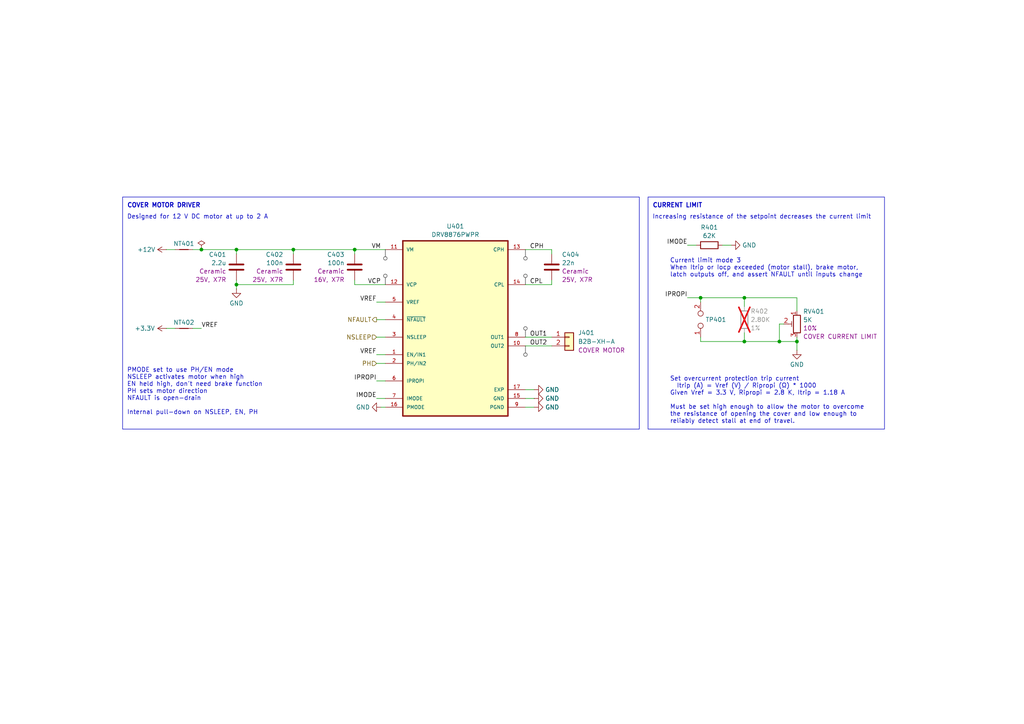
<source format=kicad_sch>
(kicad_sch (version 20231120) (generator "eeschema") (generator_version "8.0")
  (paper "A4")
  (title_block (title "Minuet Cover Motor Driver"))
  (lib_symbols
    (symbol "Connector:TestPoint_2Pole" (pin_names (offset 0.762) hide)
      (property "Reference" "TP" (at 0 1.524 0))
      (property "Value" "TestPoint_2Pole" (at 0 -1.778 0))
      (symbol "TestPoint_2Pole_0_1"
        (circle (center -1.778 0) (radius 0.762))
        (circle (center 1.778 0) (radius 0.762))
        (pin passive line (at -5.08 0 0) (length 2.54) (name "1") (number "1"))
        (pin passive line (at 5.08 0 180) (length 2.54) (name "2") (number "2"))
      )
    )
    (symbol "Connector_Generic:Conn_01x02" (pin_names (offset 1.016) hide)
      (property "Reference" "J" (at 0 2.54 0))
      (property "Value" "Conn_01x02" (at 0 -5.08 0))
      (symbol "Conn_01x02_1_1"
        (rectangle (start -1.27 -2.413) (end 0 -2.667) (stroke (width 0.1524)))
        (rectangle (start -1.27 0.127) (end 0 -0.127) (stroke (width 0.1524)))
        (rectangle (start -1.27 1.27) (end 1.27 -3.81) (stroke (width 0.254)) (fill (type background)))
        (pin passive line (at -5.08 0 0) (length 3.81) (name "Pin_1") (number "1"))
        (pin passive line (at -5.08 -2.54 0) (length 3.81) (name "Pin_2") (number "2"))
      )
    )
    (symbol "DRV8876PWPR:DRV8876PWPR" (pin_names (offset 1.016))
      (property "Reference" "U" (at -15.24 26.4 0))
      (property "Value" "DRV8876PWPR" (at -15.24 -29.4 0))
      (symbol "DRV8876PWPR_0_0"
        (rectangle (start -15.24 25.4) (end 15.24 -25.4) (stroke (width 0.41)) (fill (type background)))
        (pin input line (at -20.32 -7.62 0) (length 5.08) (name "EN/IN1") (number "1"))
        (pin power_in line (at -20.32 22.86 0) (length 5.08) (name "VM") (number "11"))
        (pin power_out line (at -20.32 12.7 0) (length 5.08) (name "VCP") (number "12"))
        (pin power_out line (at 20.32 22.86 180) (length 5.08) (name "CPH") (number "13"))
        (pin power_out line (at 20.32 12.7 180) (length 5.08) (name "CPL") (number "14"))
        (pin power_in line (at 20.32 -20.32 180) (length 5.08) (name "GND") (number "15"))
        (pin input line (at -20.32 -22.86 0) (length 5.08) (name "PMODE") (number "16"))
        (pin passive line (at 20.32 -17.78 180) (length 5.08) (name "EXP") (number "17"))
        (pin input line (at -20.32 -10.16 0) (length 5.08) (name "PH/IN2") (number "2"))
        (pin input line (at -20.32 -2.54 0) (length 5.08) (name "NSLEEP") (number "3"))
        (pin output line (at -20.32 2.54 0) (length 5.08) (name "~{NFAULT}") (number "4"))
        (pin input line (at -20.32 7.62 0) (length 5.08) (name "VREF") (number "5"))
        (pin output line (at -20.32 -15.24 0) (length 5.08) (name "IPROPI") (number "6"))
        (pin input line (at -20.32 -20.32 0) (length 5.08) (name "IMODE") (number "7"))
        (pin power_in line (at 20.32 -22.86 180) (length 5.08) (name "PGND") (number "9"))
      )
      (symbol "DRV8876PWPR_1_0"
        (pin power_out line (at 20.32 -5.08 180) (length 5.08) (name "OUT2") (number "10"))
        (pin power_out line (at 20.32 -2.54 180) (length 5.08) (name "OUT1") (number "8"))
      )
    )
    (symbol "Device:C" (pin_numbers hide) (pin_names (offset 0.254))
      (property "Reference" "C" (at 0.635 2.54 0))
      (property "Value" "C" (at 0.635 -2.54 0))
      (symbol "C_0_1"
        (polyline (pts (xy -2.032 -0.762) (xy 2.032 -0.762)) (stroke (width 0.508)))
        (polyline (pts (xy -2.032 0.762) (xy 2.032 0.762)) (stroke (width 0.508)))
      )
      (symbol "C_1_1"
        (pin passive line (at 0 3.81 270) (length 2.794) (name "~") (number "1"))
        (pin passive line (at 0 -3.81 90) (length 2.794) (name "~") (number "2"))
      )
    )
    (symbol "Device:NetTie_2" (pin_numbers hide) (pin_names (offset 0) hide) (in_bom no)
      (property "Reference" "NT" (at 0 1.27 0))
      (property "Value" "NetTie_2" (at 0 -1.27 0))
      (symbol "NetTie_2_0_1"
        (polyline (pts (xy -1.27 0) (xy 1.27 0)) (stroke (width 0.254)))
      )
      (symbol "NetTie_2_1_1"
        (pin passive line (at -2.54 0 0) (length 2.54) (name "1") (number "1"))
        (pin passive line (at 2.54 0 180) (length 2.54) (name "2") (number "2"))
      )
    )
    (symbol "Device:R" (pin_numbers hide) (pin_names (offset 0))
      (property "Reference" "R" (at 2.032 0 90))
      (property "Value" "R" (at 0 0 90))
      (symbol "R_0_1"
        (rectangle (start -1.016 -2.54) (end 1.016 2.54) (stroke (width 0.254)))
      )
      (symbol "R_1_1"
        (pin passive line (at 0 3.81 270) (length 1.27) (name "~") (number "1"))
        (pin passive line (at 0 -3.81 90) (length 1.27) (name "~") (number "2"))
      )
    )
    (symbol "Device:R_Potentiometer_Trim" (pin_names (offset 1.016) hide)
      (property "Reference" "RV" (at -4.445 0 90))
      (property "Value" "R_Potentiometer_Trim" (at -2.54 0 90))
      (symbol "R_Potentiometer_Trim_0_1"
        (polyline (pts (xy 1.524 0.762) (xy 1.524 -0.762)))
        (polyline (pts (xy 2.54 0) (xy 1.524 0)))
        (rectangle (start 1.016 2.54) (end -1.016 -2.54) (stroke (width 0.254)))
      )
      (symbol "R_Potentiometer_Trim_1_1"
        (pin passive line (at 0 3.81 270) (length 1.27) (name "1") (number "1"))
        (pin passive line (at 3.81 0 180) (length 1.27) (name "2") (number "2"))
        (pin passive line (at 0 -3.81 90) (length 1.27) (name "3") (number "3"))
      )
    )
    (symbol "power:+12V" (power) (pin_numbers hide) (pin_names (offset 0) hide)
      (property "Value" "+12V" (at 0 3.556 0))
      (symbol "+12V_0_1"
        (polyline (pts (xy -0.762 1.27) (xy 0 2.54)))
        (polyline (pts (xy 0 0) (xy 0 2.54)))
        (polyline (pts (xy 0 2.54) (xy 0.762 1.27)))
      )
      (symbol "+12V_1_1"
        (pin power_in line (at 0 0 90) (length 0) (name "~") (number "1"))
      )
    )
    (symbol "power:+3.3V" (power) (pin_numbers hide) (pin_names (offset 0) hide)
      (property "Value" "+3.3V" (at 0 3.556 0))
      (symbol "+3.3V_0_1"
        (polyline (pts (xy -0.762 1.27) (xy 0 2.54)))
        (polyline (pts (xy 0 0) (xy 0 2.54)))
        (polyline (pts (xy 0 2.54) (xy 0.762 1.27)))
      )
      (symbol "+3.3V_1_1"
        (pin power_in line (at 0 0 90) (length 0) (name "~") (number "1"))
      )
    )
    (symbol "power:GND" (power) (pin_numbers hide) (pin_names (offset 0) hide)
      (property "Value" "GND" (at 0 -3.81 0))
      (symbol "GND_0_1"
        (polyline (pts (xy 0 0) (xy 0 -1.27) (xy 1.27 -1.27) (xy 0 -2.54) (xy -1.27 -1.27) (xy 0 -1.27)))
      )
      (symbol "GND_1_1"
        (pin power_in line (at 0 0 270) (length 0) (name "~") (number "1"))
      )
    )
    (symbol "power:PWR_FLAG" (power) (pin_numbers hide) (pin_names (offset 0) hide)
      (property "Value" "PWR_FLAG" (at 0 3.81 0))
      (symbol "PWR_FLAG_0_0"
        (pin power_out line (at 0 0 90) (length 0) (name "~") (number "1"))
      )
      (symbol "PWR_FLAG_0_1"
        (polyline (pts (xy 0 0) (xy 0 1.27) (xy -1.016 1.905) (xy 0 2.54) (xy 1.016 1.905) (xy 0 1.27)))
      )
    )
  )
  (junction (at 58.42 72.39))
  (junction (at 203.2 86.36))
  (junction (at 68.58 72.39))
  (junction (at 226.06 99.06))
  (junction (at 215.9 99.06))
  (junction (at 85.09 72.39))
  (junction (at 68.58 82.55))
  (junction (at 215.9 86.36))
  (junction (at 231.14 99.06))
  (junction (at 102.87 72.39))
  (wire (pts (xy 85.09 72.39) (xy 85.09 73.66)))
  (wire (pts (xy 152.4 82.55) (xy 160.02 82.55)))
  (wire (pts (xy 152.4 115.57) (xy 154.94 115.57)))
  (wire (pts (xy 110.49 118.11) (xy 111.76 118.11)))
  (wire (pts (xy 226.06 99.06) (xy 231.14 99.06)))
  (wire (pts (xy 102.87 73.66) (xy 102.87 72.39)))
  (wire (pts (xy 215.9 96.52) (xy 215.9 99.06)))
  (wire (pts (xy 109.22 105.41) (xy 111.76 105.41)))
  (wire (pts (xy 152.4 113.03) (xy 154.94 113.03)))
  (wire (pts (xy 109.22 115.57) (xy 111.76 115.57)))
  (wire (pts (xy 152.4 118.11) (xy 154.94 118.11)))
  (wire (pts (xy 203.2 99.06) (xy 215.9 99.06)))
  (wire (pts (xy 55.88 95.25) (xy 58.42 95.25)))
  (wire (pts (xy 152.4 72.39) (xy 160.02 72.39)))
  (wire (pts (xy 215.9 86.36) (xy 231.14 86.36)))
  (wire (pts (xy 160.02 73.66) (xy 160.02 72.39)))
  (wire (pts (xy 227.33 93.98) (xy 226.06 93.98)))
  (wire (pts (xy 203.2 97.79) (xy 203.2 99.06)))
  (wire (pts (xy 102.87 72.39) (xy 111.76 72.39)))
  (wire (pts (xy 231.14 90.17) (xy 231.14 86.36)))
  (wire (pts (xy 203.2 86.36) (xy 215.9 86.36)))
  (wire (pts (xy 215.9 99.06) (xy 226.06 99.06)))
  (wire (pts (xy 48.26 95.25) (xy 50.8 95.25)))
  (wire (pts (xy 209.55 71.12) (xy 212.09 71.12)))
  (wire (pts (xy 68.58 81.28) (xy 68.58 82.55)))
  (wire (pts (xy 55.88 72.39) (xy 58.42 72.39)))
  (wire (pts (xy 68.58 82.55) (xy 68.58 83.82)))
  (wire (pts (xy 152.4 100.33) (xy 160.02 100.33)))
  (wire (pts (xy 109.22 97.79) (xy 111.76 97.79)))
  (wire (pts (xy 68.58 82.55) (xy 85.09 82.55)))
  (wire (pts (xy 85.09 72.39) (xy 102.87 72.39)))
  (wire (pts (xy 199.39 86.36) (xy 203.2 86.36)))
  (wire (pts (xy 160.02 81.28) (xy 160.02 82.55)))
  (wire (pts (xy 109.22 87.63) (xy 111.76 87.63)))
  (wire (pts (xy 68.58 72.39) (xy 58.42 72.39)))
  (wire (pts (xy 231.14 99.06) (xy 231.14 101.6)))
  (wire (pts (xy 102.87 81.28) (xy 102.87 82.55)))
  (wire (pts (xy 68.58 72.39) (xy 68.58 73.66)))
  (wire (pts (xy 48.26 72.39) (xy 50.8 72.39)))
  (wire (pts (xy 85.09 82.55) (xy 85.09 81.28)))
  (wire (pts (xy 68.58 72.39) (xy 85.09 72.39)))
  (wire (pts (xy 203.2 86.36) (xy 203.2 87.63)))
  (wire (pts (xy 109.22 110.49) (xy 111.76 110.49)))
  (wire (pts (xy 199.39 71.12) (xy 201.93 71.12)))
  (wire (pts (xy 109.22 102.87) (xy 111.76 102.87)))
  (wire (pts (xy 109.22 92.71) (xy 111.76 92.71)))
  (wire (pts (xy 231.14 97.79) (xy 231.14 99.06)))
  (wire (pts (xy 102.87 82.55) (xy 111.76 82.55)))
  (wire (pts (xy 215.9 86.36) (xy 215.9 88.9)))
  (wire (pts (xy 226.06 93.98) (xy 226.06 99.06)))
  (wire (pts (xy 152.4 97.79) (xy 160.02 97.79)))
  (rectangle (start 187.96 57.15) (end 256.54 124.46))
  (rectangle (start 35.56 57.15) (end 185.42 124.46))
  (text "Set overcurrent protection trip current\n  Itrip (A) = Vref (V) / Ripropi (Ω) * 1000\nGiven Vref = 3.3 V, Ripropi = 2.8 K, Itrip = 1.18 A\n\nMust be set high enough to allow the motor to overcome\nthe resistance of opening the cover and low enough to\nreliably detect stall at end of travel." (at 194.31 109.22 0) (effects (font (size 1.27 1.27)) (justify left top)))
  (text "Increasing resistance of the setpoint decreases the current limit" (at 189.23 62.23 0) (effects (font (size 1.27 1.27)) (justify left top)))
  (text "CURRENT LIMIT" (at 189.23 59.69 0) (effects (font (size 1.27 1.27) (thickness 0.254) (bold yes)) (justify left)))
  (text "PMODE set to use PH/EN mode\nNSLEEP activates motor when high\nEN held high, don't need brake function\nPH sets motor direction\nNFAULT is open-drain\n\nInternal pull-down on NSLEEP, EN, PH\n" (at 36.83 106.68 0) (effects (font (size 1.27 1.27)) (justify left top)))
  (text "Designed for 12 V DC motor at up to 2 A" (at 36.83 62.23 0) (effects (font (size 1.27 1.27)) (justify left top)))
  (text "COVER MOTOR DRIVER" (at 36.83 59.69 0) (effects (font (size 1.27 1.27) (thickness 0.254) (bold yes)) (justify left)))
  (text "Current limit mode 3\nWhen Itrip or Iocp exceeded (motor stall), brake motor,\nlatch outputs off, and assert NFAULT until inputs change" (at 194.31 74.93 0) (effects (font (size 1.27 1.27)) (justify left top)))
  (label "CPL" (at 153.67 82.55 0))
  (label "IMODE" (at 199.39 71.12 180))
  (label "VREF" (at 109.22 102.87 180))
  (label "VM" (at 110.49 72.39 180))
  (label "IMODE" (at 109.22 115.57 180))
  (label "OUT2" (at 153.67 100.33 0))
  (label "IPROPI" (at 199.39 86.36 180))
  (label "IPROPI" (at 109.22 110.49 180))
  (label "VCP" (at 110.49 82.55 180))
  (label "OUT1" (at 153.67 97.79 0))
  (label "VREF" (at 58.42 95.25 0))
  (label "VREF" (at 109.22 87.63 180))
  (label "CPH" (at 153.67 72.39 0))
  (hierarchical_label "PH" (shape input) (at 109.22 105.41 180))
  (hierarchical_label "NFAULT" (shape output) (at 109.22 92.71 180))
  (hierarchical_label "NSLEEP" (shape input) (at 109.22 97.79 180))
  (netclass_flag "" (length 2.54) (shape round) (at 111.76 72.39 180) (property "Netclass" "Power-2A" (effects (hide yes))))
  (netclass_flag "" (length 2.54) (shape round) (at 152.4 97.79 0) (property "Netclass" "Power-2A" (effects (hide yes))))
  (netclass_flag "" (length 2.54) (shape round) (at 152.4 100.33 180) (property "Netclass" "Power-2A" (effects (hide yes))))
  (netclass_flag "" (length 2.54) (shape round) (at 111.76 82.55 0) (property "Netclass" "Power" (effects (hide yes))))
  (netclass_flag "" (length 2.54) (shape round) (at 152.4 72.39 180) (property "Netclass" "Power" (effects (hide yes))))
  (netclass_flag "" (length 2.54) (shape round) (at 152.4 82.55 0) (property "Netclass" "Power" (effects (hide yes))))
  (symbol (lib_id "Device:C") (at 85.09 77.47 0) (mirror y) (unit 1)
    (property "Reference" "C402" (at 82.169 73.8335 0) (effects (justify left)))
    (property "Value" "100n" (at 82.169 76.2578 0) (effects (justify left)))
    (property "Footprint" "Capacitor_SMD:C_0603_1608Metric" (effects (hide yes)))
    (property "Description" "Unpolarized capacitor" (effects (hide yes)))
    (property "Type" "Ceramic" (at 82.169 78.6821 0) (effects (justify left)))
    (property "Rating" "25V, X7R" (at 82.169 81.1064 0) (effects (justify left)))
  )
  (symbol (lib_id "power:GND") (at 154.94 115.57 90) (unit 1)
    (property "Reference" "#PWR0407" (effects (hide yes)))
    (property "Value" "GND" (at 158.115 115.57 90) (effects (justify right)))
    (property "Description" "Power symbol creates a global label with name \"GND\" , ground" (effects (hide yes)))
  )
  (symbol (lib_id "power:PWR_FLAG") (at 58.42 72.39 0) (unit 1)
    (property "Reference" "#FLG0401" (effects (hide yes)))
    (property "Value" "PWR_FLAG" (effects (hide yes)))
    (property "Description" "Special symbol for telling ERC where power comes from" (effects (hide yes)))
  )
  (symbol (lib_id "Connector:TestPoint_2Pole") (at 203.2 92.71 270) (mirror x) (unit 1) (in_bom no)
    (property "Reference" "TP401" (at 204.597 92.71 90) (effects (justify left)))
    (property "Value" "TestPoint_2Pole" (effects (hide yes)))
    (property "Footprint" "TestPoint:TestPoint_2Pads_Pitch2.54mm_Drill0.8mm" (effects (hide yes)))
    (property "Description" "2-polar test point" (effects (hide yes)))
  )
  (symbol (lib_id "power:GND") (at 110.49 118.11 270) (mirror x) (unit 1)
    (property "Reference" "#PWR0408" (effects (hide yes)))
    (property "Value" "GND" (at 107.3151 118.11 90) (effects (justify right)))
    (property "Description" "Power symbol creates a global label with name \"GND\" , ground" (effects (hide yes)))
  )
  (symbol (lib_id "Device:C") (at 160.02 77.47 0) (unit 1)
    (property "Reference" "C404" (at 162.941 73.8335 0) (effects (justify left)))
    (property "Value" "22n" (at 162.941 76.2578 0) (effects (justify left)))
    (property "Footprint" "Capacitor_SMD:C_0603_1608Metric" (effects (hide yes)))
    (property "Description" "Unpolarized capacitor" (effects (hide yes)))
    (property "Type" "Ceramic" (at 162.941 78.6821 0) (effects (justify left)))
    (property "Rating" "25V, X7R" (at 162.941 81.1064 0) (effects (justify left)))
  )
  (symbol (lib_id "Device:C") (at 102.87 77.47 0) (mirror y) (unit 1)
    (property "Reference" "C403" (at 99.949 73.8335 0) (effects (justify left)))
    (property "Value" "100n" (at 99.949 76.2578 0) (effects (justify left)))
    (property "Footprint" "Capacitor_SMD:C_0603_1608Metric" (effects (hide yes)))
    (property "Description" "Unpolarized capacitor" (effects (hide yes)))
    (property "Type" "Ceramic" (at 99.949 78.6821 0) (effects (justify left)))
    (property "Rating" "16V, X7R" (at 99.949 81.1064 0) (effects (justify left)))
  )
  (symbol (lib_id "power:GND") (at 68.58 83.82 0) (unit 1)
    (property "Reference" "#PWR0403" (effects (hide yes)))
    (property "Value" "GND" (at 68.58 87.9531 0))
    (property "Description" "Power symbol creates a global label with name \"GND\" , ground" (effects (hide yes)))
  )
  (symbol (lib_id "power:+12V") (at 48.26 72.39 90) (unit 1)
    (property "Reference" "#PWR0402" (effects (hide yes)))
    (property "Value" "+12V" (at 45.085 72.39 90) (effects (justify left)))
    (property "Description" "Power symbol creates a global label with name \"+12V\"" (effects (hide yes)))
  )
  (symbol (lib_id "Device:NetTie_2") (at 53.34 72.39 0) (unit 1) (in_bom no)
    (property "Reference" "NT401" (at 53.34 70.6699 0))
    (property "Value" "NetTie_2" (effects (hide yes)))
    (property "Footprint" "Generic:NetTie-2_SMD_Pad1.0mm" (effects (hide yes)))
    (property "Description" "Net tie, 2 pins" (effects (hide yes)))
  )
  (symbol (lib_id "Device:C") (at 68.58 77.47 0) (mirror x) (unit 1)
    (property "Reference" "C401" (at 65.659 73.8335 0) (effects (justify right)))
    (property "Value" "2.2u" (at 65.659 76.2578 0) (effects (justify right)))
    (property "Footprint" "Capacitor_SMD:C_0805_2012Metric" (effects (hide yes)))
    (property "Description" "Unpolarized capacitor" (effects (hide yes)))
    (property "Type" "Ceramic" (at 65.659 78.6821 0) (effects (justify right)))
    (property "Rating" "25V, X7R" (at 65.659 81.1064 0) (effects (justify right)))
  )
  (symbol (lib_id "Device:NetTie_2") (at 53.34 95.25 0) (unit 1) (in_bom no)
    (property "Reference" "NT402" (at 53.34 93.5299 0))
    (property "Value" "NetTie_2" (effects (hide yes)))
    (property "Footprint" "Generic:NetTie-2_SMD_Pad0.2mm" (effects (hide yes)))
    (property "Description" "Net tie, 2 pins" (effects (hide yes)))
  )
  (symbol (lib_id "power:GND") (at 231.14 101.6 0) (mirror y) (unit 1)
    (property "Reference" "#PWR0405" (effects (hide yes)))
    (property "Value" "GND" (at 231.14 105.7331 0))
    (property "Description" "Power symbol creates a global label with name \"GND\" , ground" (effects (hide yes)))
  )
  (symbol (lib_id "power:GND") (at 154.94 118.11 90) (unit 1)
    (property "Reference" "#PWR0409" (effects (hide yes)))
    (property "Value" "GND" (at 158.115 118.11 90) (effects (justify right)))
    (property "Description" "Power symbol creates a global label with name \"GND\" , ground" (effects (hide yes)))
  )
  (symbol (lib_id "Device:R") (at 205.74 71.12 270) (unit 1)
    (property "Reference" "R401" (at 205.74 65.9595 90))
    (property "Value" "62K" (at 205.74 68.3838 90))
    (property "Footprint" "Resistor_SMD:R_0603_1608Metric" (effects (hide yes)))
    (property "Description" "Resistor" (effects (hide yes)))
  )
  (symbol (lib_id "power:GND") (at 154.94 113.03 90) (unit 1)
    (property "Reference" "#PWR0406" (effects (hide yes)))
    (property "Value" "GND" (at 158.115 113.03 90) (effects (justify right)))
    (property "Description" "Power symbol creates a global label with name \"GND\" , ground" (effects (hide yes)))
  )
  (symbol (lib_id "Device:R") (at 215.9 92.71 0) (mirror y) (unit 1) (in_bom no) (dnp yes)
    (property "Reference" "R402" (at 217.678 90.2857 0) (effects (justify right)))
    (property "Value" "2.80K" (at 217.678 92.71 0) (effects (justify right)))
    (property "Footprint" "Resistor_SMD:R_0603_1608Metric_Pad0.98x0.95mm_HandSolder" (effects (hide yes)))
    (property "Description" "Resistor" (effects (hide yes)))
    (property "Rating" "1%" (at 217.678 95.1343 0) (effects (justify right)))
  )
  (symbol (lib_id "power:+3.3V") (at 48.26 95.25 90) (unit 1)
    (property "Reference" "#PWR0404" (effects (hide yes)))
    (property "Value" "+3.3V" (at 44.958 95.25 90) (effects (justify left)))
    (property "Description" "Power symbol creates a global label with name \"+3.3V\"" (effects (hide yes)))
  )
  (symbol (lib_id "power:GND") (at 212.09 71.12 90) (mirror x) (unit 1)
    (property "Reference" "#PWR0401" (effects (hide yes)))
    (property "Value" "GND" (at 215.265 71.12 90) (effects (justify right)))
    (property "Description" "Power symbol creates a global label with name \"GND\" , ground" (effects (hide yes)))
  )
  (symbol (lib_id "DRV8876PWPR:DRV8876PWPR") (at 132.08 95.25 0) (unit 1)
    (property "Reference" "U401" (at 132.08 65.6275 0))
    (property "Value" "DRV8876PWPR" (at 132.08 68.0518 0))
    (property "Footprint" "DRV8876PWPR:IC_DRV8876PWPR" (effects (hide yes)))
    (property "Datasheet" "https://www.ti.com/lit/ds/symlink/drv8876.pdf" (effects (hide yes)))
    (property "PARTREV" "E" (effects (hide yes)))
    (property "STANDARD" "Manufacturer Recommendations" (effects (hide yes)))
    (property "PACKAGE" "HTSSOP-16 Texas Instruments" (effects (hide yes)))
    (property "MAXIMUM_PACKAGE_HEIGHT" "1.2mm" (effects (hide yes)))
    (property "MANUFACTURER" "Texas Instruments" (effects (hide yes)))
  )
  (symbol (lib_id "Device:R_Potentiometer_Trim") (at 231.14 93.98 0) (mirror y) (unit 1)
    (property "Reference" "RV401" (at 232.918 90.3435 0) (effects (justify right)))
    (property "Value" "5K" (at 232.918 92.7678 0) (effects (justify right)))
    (property "Footprint" "3362P-1-502LF:TRIM_3362P-1-502LF" (effects (hide yes)))
    (property "Datasheet" "https://www.bourns.com/docs/Product-Datasheets/3362.pdf" (effects (hide yes)))
    (property "Description" "Trim-potentiometer" (effects (hide yes)))
    (property "Rating" "10%" (at 232.918 95.1921 0) (effects (justify right)))
    (property "Label" "COVER CURRENT LIMIT" (at 232.918 97.6164 0) (effects (justify right)))
  )
  (symbol (lib_id "Connector_Generic:Conn_01x02") (at 165.1 97.79 0) (unit 1)
    (property "Reference" "J401" (at 167.64 96.52 0) (effects (justify left)))
    (property "Value" "B2B-XH-A" (at 167.64 99.06 0) (effects (justify left)))
    (property "Footprint" "Connector_JST:JST_XH_B2B-XH-A_1x02_P2.50mm_Vertical" (effects (hide yes)))
    (property "Description" "Generic connector, single row, 01x02, script generated (kicad-library-utils/schlib/autogen/connector/)" (effects (hide yes)))
    (property "Label" "COVER MOTOR" (at 167.64 101.6 0) (effects (justify left)))
  )
)
</source>
